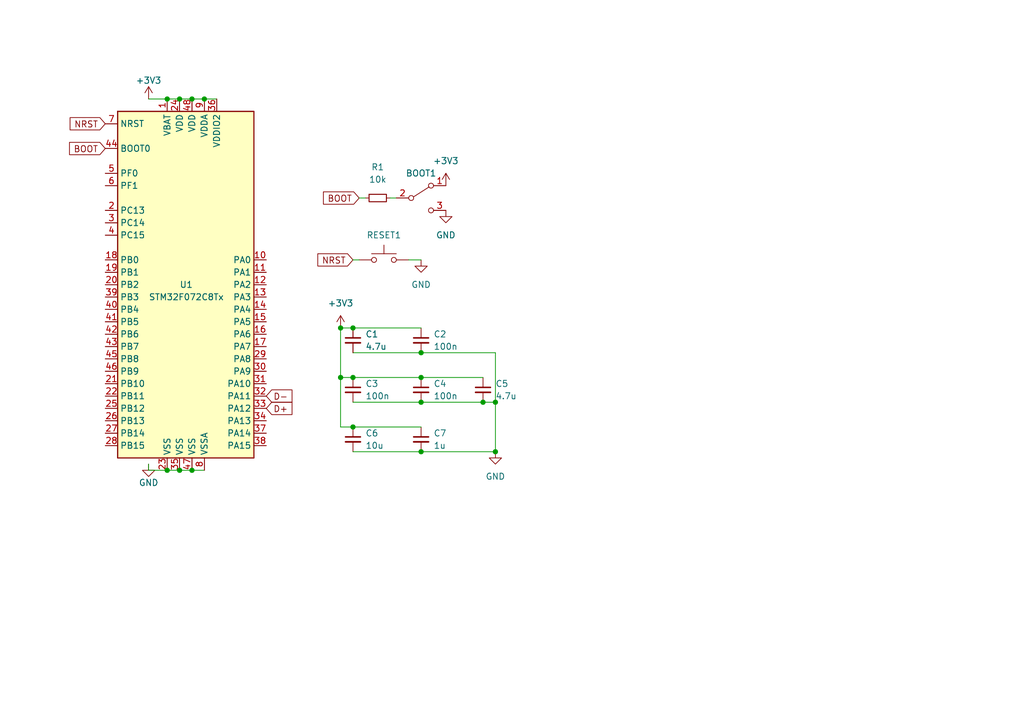
<source format=kicad_sch>
(kicad_sch (version 20211123) (generator eeschema)
  (paper "A5")
  (title_block (title "SST60 - Multi-layout 60% pcb") (date "2022-07-25") (rev "1.0"))
  (lib_symbols
    (symbol "Device:C_Small" (pin_numbers hide) (pin_names (offset 0.254) hide)
      (property "Reference" "C" (at 0.254 1.778 0))
      (property "Value" "C_Small" (at 0.254 -2.032 0))
      (symbol "C_Small_0_1"
        (polyline (pts (xy -1.524 -0.508) (xy 1.524 -0.508)) (stroke (width 0.3302)))
        (polyline (pts (xy -1.524 0.508) (xy 1.524 0.508)) (stroke (width 0.3048)))
      )
      (symbol "C_Small_1_1"
        (pin passive line (at 0 2.54 270) (length 2.032) (name "~") (number "1"))
        (pin passive line (at 0 -2.54 90) (length 2.032) (name "~") (number "2"))
      )
    )
    (symbol "Device:R_Small" (pin_numbers hide) (pin_names (offset 0.254) hide)
      (property "Reference" "R" (at 0.762 0.508 0))
      (property "Value" "R_Small" (at 0.762 -1.016 0))
      (symbol "R_Small_0_1"
        (rectangle (start -0.762 1.778) (end 0.762 -1.778) (stroke (width 0.2032)))
      )
      (symbol "R_Small_1_1"
        (pin passive line (at 0 2.54 270) (length 0.762) (name "~") (number "1"))
        (pin passive line (at 0 -2.54 90) (length 0.762) (name "~") (number "2"))
      )
    )
    (symbol "MCU_ST_STM32F0:STM32F072C8Tx"
      (property "Reference" "U" (at -15.24 36.83 0))
      (property "Value" "STM32F072C8Tx" (at 7.62 36.83 0))
      (symbol "STM32F072C8Tx_0_1"
        (rectangle (start -15.24 -35.56) (end 12.7 35.56) (stroke (width 0.254)) (fill (type background)))
      )
      (symbol "STM32F072C8Tx_1_1"
        (pin power_in line (at -5.08 38.1 270) (length 2.54) (name "VBAT") (number "1"))
        (pin bidirectional line (at 15.24 5.08 180) (length 2.54) (name "PA0") (number "10"))
        (pin bidirectional line (at 15.24 2.54 180) (length 2.54) (name "PA1") (number "11"))
        (pin bidirectional line (at 15.24 0 180) (length 2.54) (name "PA2") (number "12"))
        (pin bidirectional line (at 15.24 -2.54 180) (length 2.54) (name "PA3") (number "13"))
        (pin bidirectional line (at 15.24 -5.08 180) (length 2.54) (name "PA4") (number "14"))
        (pin bidirectional line (at 15.24 -7.62 180) (length 2.54) (name "PA5") (number "15"))
        (pin bidirectional line (at 15.24 -10.16 180) (length 2.54) (name "PA6") (number "16"))
        (pin bidirectional line (at 15.24 -12.7 180) (length 2.54) (name "PA7") (number "17"))
        (pin bidirectional line (at -17.78 5.08 0) (length 2.54) (name "PB0") (number "18"))
        (pin bidirectional line (at -17.78 2.54 0) (length 2.54) (name "PB1") (number "19"))
        (pin bidirectional line (at -17.78 15.24 0) (length 2.54) (name "PC13") (number "2"))
        (pin bidirectional line (at -17.78 0 0) (length 2.54) (name "PB2") (number "20"))
        (pin bidirectional line (at -17.78 -20.32 0) (length 2.54) (name "PB10") (number "21"))
        (pin bidirectional line (at -17.78 -22.86 0) (length 2.54) (name "PB11") (number "22"))
        (pin power_in line (at -5.08 -38.1 90) (length 2.54) (name "VSS") (number "23"))
        (pin power_in line (at -2.54 38.1 270) (length 2.54) (name "VDD") (number "24"))
        (pin bidirectional line (at -17.78 -25.4 0) (length 2.54) (name "PB12") (number "25"))
        (pin bidirectional line (at -17.78 -27.94 0) (length 2.54) (name "PB13") (number "26"))
        (pin bidirectional line (at -17.78 -30.48 0) (length 2.54) (name "PB14") (number "27"))
        (pin bidirectional line (at -17.78 -33.02 0) (length 2.54) (name "PB15") (number "28"))
        (pin bidirectional line (at 15.24 -15.24 180) (length 2.54) (name "PA8") (number "29"))
        (pin bidirectional line (at -17.78 12.7 0) (length 2.54) (name "PC14") (number "3"))
        (pin bidirectional line (at 15.24 -17.78 180) (length 2.54) (name "PA9") (number "30"))
        (pin bidirectional line (at 15.24 -20.32 180) (length 2.54) (name "PA10") (number "31"))
        (pin bidirectional line (at 15.24 -22.86 180) (length 2.54) (name "PA11") (number "32"))
        (pin bidirectional line (at 15.24 -25.4 180) (length 2.54) (name "PA12") (number "33"))
        (pin bidirectional line (at 15.24 -27.94 180) (length 2.54) (name "PA13") (number "34"))
        (pin power_in line (at -2.54 -38.1 90) (length 2.54) (name "VSS") (number "35"))
        (pin power_in line (at 5.08 38.1 270) (length 2.54) (name "VDDIO2") (number "36"))
        (pin bidirectional line (at 15.24 -30.48 180) (length 2.54) (name "PA14") (number "37"))
        (pin bidirectional line (at 15.24 -33.02 180) (length 2.54) (name "PA15") (number "38"))
        (pin bidirectional line (at -17.78 -2.54 0) (length 2.54) (name "PB3") (number "39"))
        (pin bidirectional line (at -17.78 10.16 0) (length 2.54) (name "PC15") (number "4"))
        (pin bidirectional line (at -17.78 -5.08 0) (length 2.54) (name "PB4") (number "40"))
        (pin bidirectional line (at -17.78 -7.62 0) (length 2.54) (name "PB5") (number "41"))
        (pin bidirectional line (at -17.78 -10.16 0) (length 2.54) (name "PB6") (number "42"))
        (pin bidirectional line (at -17.78 -12.7 0) (length 2.54) (name "PB7") (number "43"))
        (pin input line (at -17.78 27.94 0) (length 2.54) (name "BOOT0") (number "44"))
        (pin bidirectional line (at -17.78 -15.24 0) (length 2.54) (name "PB8") (number "45"))
        (pin bidirectional line (at -17.78 -17.78 0) (length 2.54) (name "PB9") (number "46"))
        (pin power_in line (at 0 -38.1 90) (length 2.54) (name "VSS") (number "47"))
        (pin power_in line (at 0 38.1 270) (length 2.54) (name "VDD") (number "48"))
        (pin input line (at -17.78 22.86 0) (length 2.54) (name "PF0") (number "5"))
        (pin input line (at -17.78 20.32 0) (length 2.54) (name "PF1") (number "6"))
        (pin input line (at -17.78 33.02 0) (length 2.54) (name "NRST") (number "7"))
        (pin power_in line (at 2.54 -38.1 90) (length 2.54) (name "VSSA") (number "8"))
        (pin power_in line (at 2.54 38.1 270) (length 2.54) (name "VDDA") (number "9"))
      )
    )
    (symbol "Switch:SW_Push" (pin_numbers hide) (pin_names (offset 1.016) hide)
      (property "Reference" "SW" (at 1.27 2.54 0))
      (property "Value" "SW_Push" (at 0 -1.524 0))
      (symbol "SW_Push_0_1"
        (circle (center -2.032 0) (radius 0.508))
        (polyline (pts (xy 0 1.27) (xy 0 3.048)))
        (polyline (pts (xy 2.54 1.27) (xy -2.54 1.27)))
        (circle (center 2.032 0) (radius 0.508))
        (pin passive line (at -5.08 0 0) (length 2.54) (name "1") (number "1"))
        (pin passive line (at 5.08 0 180) (length 2.54) (name "2") (number "2"))
      )
    )
    (symbol "Switch:SW_SPDT" (pin_names (offset 0) hide)
      (property "Reference" "SW" (at 0 4.318 0))
      (property "Value" "SW_SPDT" (at 0 -5.08 0))
      (symbol "SW_SPDT_0_0"
        (circle (center -2.032 0) (radius 0.508))
        (circle (center 2.032 -2.54) (radius 0.508))
      )
      (symbol "SW_SPDT_0_1"
        (polyline (pts (xy -1.524 0.254) (xy 1.651 2.286)))
        (circle (center 2.032 2.54) (radius 0.508))
      )
      (symbol "SW_SPDT_1_1"
        (pin passive line (at 5.08 2.54 180) (length 2.54) (name "A") (number "1"))
        (pin passive line (at -5.08 0 0) (length 2.54) (name "B") (number "2"))
        (pin passive line (at 5.08 -2.54 180) (length 2.54) (name "C") (number "3"))
      )
    )
    (symbol "power:+3V3" (power) (pin_names (offset 0))
      (property "Value" "+3V3" (at 0 3.556 0))
      (symbol "+3V3_0_1"
        (polyline (pts (xy -0.762 1.27) (xy 0 2.54)))
        (polyline (pts (xy 0 0) (xy 0 2.54)))
        (polyline (pts (xy 0 2.54) (xy 0.762 1.27)))
      )
      (symbol "+3V3_1_1"
        (pin power_in line (at 0 0 90) (length 0) hide (name "+3V3") (number "1"))
      )
    )
    (symbol "power:GND" (power) (pin_names (offset 0))
      (property "Value" "GND" (at 0 -3.81 0))
      (symbol "GND_0_1"
        (polyline (pts (xy 0 0) (xy 0 -1.27) (xy 1.27 -1.27) (xy 0 -2.54) (xy -1.27 -1.27) (xy 0 -1.27)))
      )
      (symbol "GND_1_1"
        (pin power_in line (at 0 0 270) (length 0) hide (name "GND") (number "1"))
      )
    )
  )
  (junction (at 101.6 92.71))
  (junction (at 86.36 82.55))
  (junction (at 72.39 67.31))
  (junction (at 34.29 20.32))
  (junction (at 101.6 82.55))
  (junction (at 41.91 20.32))
  (junction (at 39.37 20.32))
  (junction (at 36.83 96.52))
  (junction (at 69.85 77.47))
  (junction (at 39.37 96.52))
  (junction (at 86.36 92.71))
  (junction (at 69.85 67.31))
  (junction (at 86.36 72.39))
  (junction (at 99.06 82.55))
  (junction (at 34.29 96.52))
  (junction (at 86.36 77.47))
  (junction (at 36.83 20.32))
  (junction (at 72.39 87.63))
  (junction (at 72.39 77.47))
  (wire (pts (xy 39.37 96.52) (xy 41.91 96.52)))
  (wire (pts (xy 69.85 87.63) (xy 69.85 77.47)))
  (wire (pts (xy 30.48 96.52) (xy 34.29 96.52)))
  (wire (pts (xy 72.39 67.31) (xy 86.36 67.31)))
  (wire (pts (xy 69.85 67.31) (xy 72.39 67.31)))
  (wire (pts (xy 30.48 20.32) (xy 34.29 20.32)))
  (wire (pts (xy 34.29 96.52) (xy 36.83 96.52)))
  (wire (pts (xy 73.66 40.64) (xy 74.93 40.64)))
  (wire (pts (xy 36.83 96.52) (xy 39.37 96.52)))
  (wire (pts (xy 99.06 77.47) (xy 86.36 77.47)))
  (wire (pts (xy 101.6 82.55) (xy 101.6 92.71)))
  (wire (pts (xy 72.39 53.34) (xy 73.66 53.34)))
  (wire (pts (xy 39.37 20.32) (xy 41.91 20.32)))
  (wire (pts (xy 72.39 92.71) (xy 86.36 92.71)))
  (wire (pts (xy 101.6 72.39) (xy 101.6 82.55)))
  (wire (pts (xy 86.36 82.55) (xy 99.06 82.55)))
  (wire (pts (xy 72.39 82.55) (xy 86.36 82.55)))
  (wire (pts (xy 72.39 72.39) (xy 86.36 72.39)))
  (wire (pts (xy 99.06 82.55) (xy 101.6 82.55)))
  (wire (pts (xy 86.36 87.63) (xy 72.39 87.63)))
  (wire (pts (xy 34.29 20.32) (xy 36.83 20.32)))
  (wire (pts (xy 86.36 77.47) (xy 72.39 77.47)))
  (wire (pts (xy 41.91 20.32) (xy 44.45 20.32)))
  (wire (pts (xy 69.85 77.47) (xy 69.85 67.31)))
  (wire (pts (xy 80.01 40.64) (xy 81.28 40.64)))
  (wire (pts (xy 83.82 53.34) (xy 86.36 53.34)))
  (wire (pts (xy 72.39 77.47) (xy 69.85 77.47)))
  (wire (pts (xy 30.48 95.25) (xy 30.48 96.52)))
  (wire (pts (xy 36.83 20.32) (xy 39.37 20.32)))
  (wire (pts (xy 86.36 92.71) (xy 101.6 92.71)))
  (wire (pts (xy 72.39 87.63) (xy 69.85 87.63)))
  (wire (pts (xy 86.36 72.39) (xy 101.6 72.39)))
  (global_label "D+" (shape input) (at 54.61 83.82 0) (property "Intersheet References" "${INTERSHEET_REFS}" (effects hide)))
  (global_label "D-" (shape input) (at 54.61 81.28 0) (property "Intersheet References" "${INTERSHEET_REFS}" (effects hide)))
  (global_label "NRST" (shape input) (at 21.59 25.4 180) (property "Intersheet References" "${INTERSHEET_REFS}" (effects hide)))
  (global_label "NRST" (shape input) (at 72.39 53.34 180) (property "Intersheet References" "${INTERSHEET_REFS}" (effects hide)))
  (global_label "BOOT" (shape input) (at 73.66 40.64 180) (property "Intersheet References" "${INTERSHEET_REFS}" (effects hide)))
  (global_label "BOOT" (shape input) (at 21.59 30.48 180) (property "Intersheet References" "${INTERSHEET_REFS}" (effects hide)))
  (symbol (lib_id "power:GND") (at 30.48 95.25 0) (unit 1)
    (property "Reference" "#PWR0103" (effects hide))
    (property "Value" "GND" (at 30.48 99.06 0))
  )
  (symbol (lib_id "power:+3V3") (at 91.44 38.1 0) (unit 1)
    (property "Reference" "#PWR0105" (effects hide))
    (property "Value" "+3V3" (at 91.44 33.02 0))
  )
  (symbol (lib_id "Device:R_Small") (at 77.47 40.64 90) (unit 1)
    (property "Reference" "R1" (at 77.47 34.29 90))
    (property "Value" "10k" (at 77.47 36.83 90))
    (property "Footprint" "Resistor_SMD:R_0402_1005Metric" (effects hide))
  )
  (symbol (lib_id "power:+3V3") (at 69.85 67.31 0) (unit 1)
    (property "Reference" "#PWR0102" (effects hide))
    (property "Value" "+3V3" (at 69.85 62.23 0))
  )
  (symbol (lib_id "Device:C_Small") (at 86.36 80.01 0) (unit 1)
    (property "Reference" "C4" (at 88.9 78.7462 0) (effects (justify left)))
    (property "Value" "100n" (at 88.9 81.2862 0) (effects (justify left)))
    (property "Footprint" "Capacitor_SMD:C_0402_1005Metric" (effects hide))
  )
  (symbol (lib_id "power:+3V3") (at 30.48 20.32 0) (unit 1)
    (property "Reference" "#PWR0104" (effects hide))
    (property "Value" "+3V3" (at 30.48 16.51 0))
  )
  (symbol (lib_id "power:GND") (at 91.44 43.18 0) (unit 1)
    (property "Reference" "#PWR0106" (effects hide))
    (property "Value" "GND" (at 91.44 48.26 0))
  )
  (symbol (lib_id "Switch:SW_SPDT") (at 86.36 40.64 0) (unit 1)
    (property "Reference" "BOOT1" (at 86.36 35.56 0))
    (property "Value" "SW_SPDT" (effects hide))
    (property "Footprint" "Button_Switch_SMD:SW_SPDT_PCM12" (effects hide))
  )
  (symbol (lib_id "Device:C_Small") (at 72.39 80.01 0) (unit 1)
    (property "Reference" "C3" (at 74.93 78.7462 0) (effects (justify left)))
    (property "Value" "100n" (at 74.93 81.2862 0) (effects (justify left)))
    (property "Footprint" "Capacitor_SMD:C_0402_1005Metric" (effects hide))
  )
  (symbol (lib_id "Device:C_Small") (at 86.36 90.17 0) (unit 1)
    (property "Reference" "C7" (at 88.9 88.9062 0) (effects (justify left)))
    (property "Value" "1u" (at 88.9 91.4462 0) (effects (justify left)))
    (property "Footprint" "Capacitor_SMD:C_0402_1005Metric" (effects hide))
  )
  (symbol (lib_id "Device:C_Small") (at 99.06 80.01 0) (unit 1)
    (property "Reference" "C5" (at 101.6 78.7462 0) (effects (justify left)))
    (property "Value" "4.7u" (at 101.6 81.2862 0) (effects (justify left)))
    (property "Footprint" "Capacitor_SMD:C_0402_1005Metric" (effects hide))
  )
  (symbol (lib_id "power:GND") (at 86.36 53.34 0) (unit 1)
    (property "Reference" "#PWR0107" (effects hide))
    (property "Value" "GND" (at 86.36 58.42 0))
  )
  (symbol (lib_id "Device:C_Small") (at 72.39 90.17 0) (unit 1)
    (property "Reference" "C6" (at 74.93 88.9062 0) (effects (justify left)))
    (property "Value" "10u" (at 74.93 91.4462 0) (effects (justify left)))
    (property "Footprint" "Capacitor_SMD:C_0402_1005Metric" (effects hide))
  )
  (symbol (lib_id "Device:C_Small") (at 72.39 69.85 0) (unit 1)
    (property "Reference" "C1" (at 74.93 68.5862 0) (effects (justify left)))
    (property "Value" "4.7u" (at 74.93 71.1262 0) (effects (justify left)))
    (property "Footprint" "Capacitor_SMD:C_0402_1005Metric" (effects hide))
  )
  (symbol (lib_id "MCU_ST_STM32F0:STM32F072C8Tx") (at 39.37 58.42 0) (unit 1)
    (property "Reference" "U1" (at 36.83 58.42 0) (effects (justify left)))
    (property "Value" "STM32F072C8Tx" (at 30.48 60.96 0) (effects (justify left)))
    (property "Footprint" "Package_QFP:LQFP-48_7x7mm_P0.5mm" (effects hide))
    (property "Datasheet" "http://www.st.com/st-web-ui/static/active/en/resource/technical/document/datasheet/DM00090510.pdf" (effects hide))
  )
  (symbol (lib_id "power:GND") (at 101.6 92.71 0) (unit 1)
    (property "Reference" "#PWR0108" (effects hide))
    (property "Value" "GND" (at 101.6 97.79 0))
  )
  (symbol (lib_id "Switch:SW_Push") (at 78.74 53.34 0) (unit 1)
    (property "Reference" "RESET1" (at 78.74 48.26 0))
    (property "Value" "SW_Push" (effects hide))
    (property "Footprint" "Button_Switch_SMD:SW_SPST_TL3342" (effects hide))
  )
  (symbol (lib_id "Device:C_Small") (at 86.36 69.85 0) (unit 1)
    (property "Reference" "C2" (at 88.9 68.5862 0) (effects (justify left)))
    (property "Value" "100n" (at 88.9 71.1262 0) (effects (justify left)))
    (property "Footprint" "Capacitor_SMD:C_0402_1005Metric" (effects hide))
  )
)
</source>
